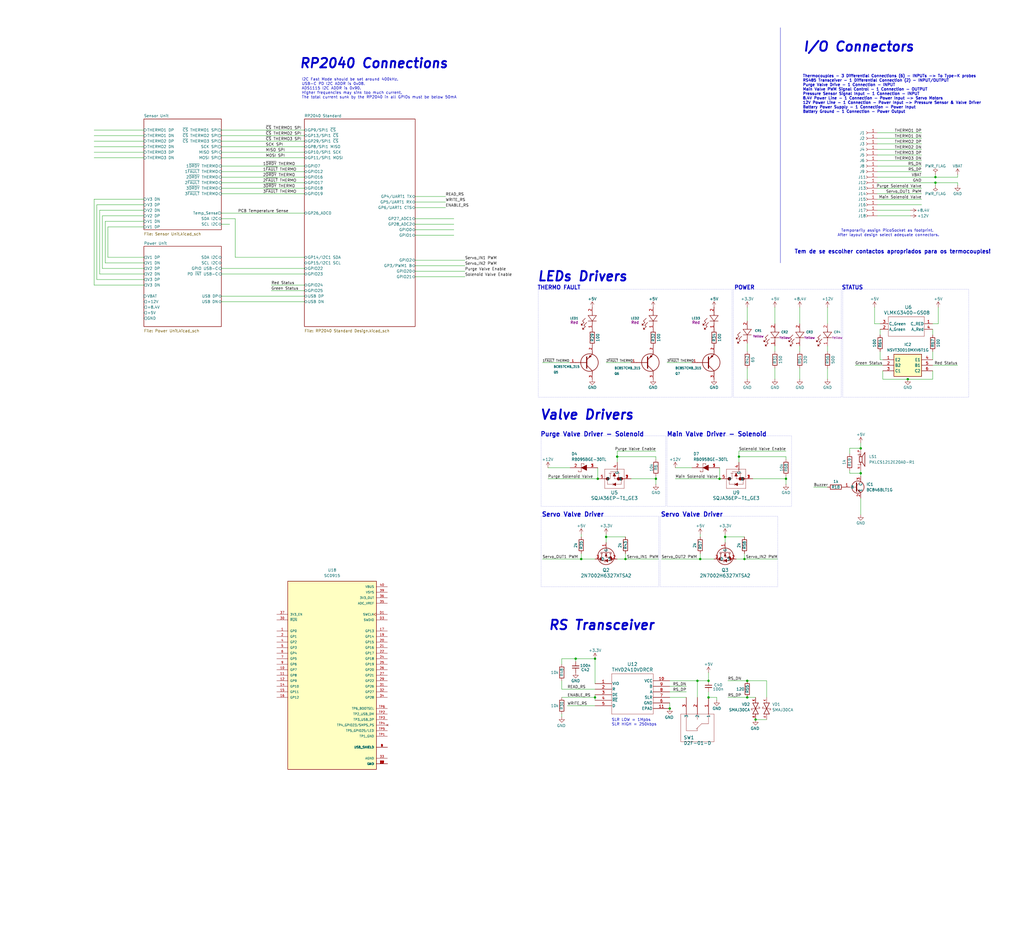
<source format=kicad_sch>
(kicad_sch (version 20250114) (generator "eeschema") (generator_version "9.0")
  (paper "User" 469.9 431.8)
  (title_block (title "Temperature & Valve Control System") (date "2025-02-20") (company "Porto Space Team") (comment 1 "Miguel Amorim") (comment 2 "Miguel Leite") (comment 3 "Rafael Novais") (comment 4 "Teresa Monteiro"))
  (rectangle (start 386.715 132.715) (end 444.5 182.245) (stroke (width 0) (type dot)))
  (rectangle (start 306.07 200.025) (end 363.22 232.41) (stroke (width 0) (type dot)))
  (rectangle (start 302.895 236.855) (end 356.87 269.24) (stroke (width 0) (type dot)))
  (rectangle (start 336.55 132.715) (end 386.08 182.245) (stroke (width 0) (type dot)))
  (rectangle (start 248.285 200.025) (end 305.435 232.41) (stroke (width 0) (type dot)))
  (rectangle (start 247.015 132.715) (end 335.915 182.245) (stroke (width 0) (type dot)))
  (rectangle (start 248.285 236.855) (end 302.26 269.24) (stroke (width 0) (type dot)))
  (text "RS Transceiver" (at 251.46 287.02 0) (effects (font (size 4.318 4.318) (thickness 0.8636) (bold yes) (italic yes)) (justify left)))
  (text "Servo Valve Driver" (at 262.89 236.22 0) (effects (font (size 2.032 2.032) (thickness 0.4064) (bold yes))))
  (text "RP2040 Connections" (at 137.16 29.21 0) (effects (font (size 4.318 4.318) (thickness 0.8636) (bold yes) (italic yes)) (justify left)))
  (text "POWER" (at 341.63 132.08 0) (effects (font (size 1.778 1.778) (thickness 0.3556) (bold yes))))
  (text "I2C Fast Mode should be set around 400kHz.\nUSB-C PD I2C ADDR is 0x08.\nADS1115 I2C ADDR is 0x90.\nHigher frequencies may sink too much current.\nThe total current sunk by the RP2040 in all GPIOs must be below 50mA" (at 138.43 40.64 0) (effects (font (size 1.27 1.27)) (justify left)))
  (text "Tem de se escolher contactos apropriados para os termocouples!" (at 364.49 115.57 0) (effects (font (size 1.778 1.778) (thickness 0.3556) (bold yes)) (justify left)))
  (text "Valve Drivers" (at 247.65 190.5 0) (effects (font (size 4.318 4.318) (thickness 0.8636) (bold yes) (italic yes)) (justify left)))
  (text "Temporarily assign PicoSocket as footprint. \nAfter layout design select adequate connectors.\n " (at 407.67 107.95 0) (effects (font (size 1.27 1.27))))
  (text "LEDs Drivers" (at 246.38 127 0) (effects (font (size 4.318 4.318) (thickness 0.8636) (bold yes) (italic yes)) (justify left)))
  (text "SLR LOW = 1Mpbs\nSLR HIGH = 250kbps\n" (at 280.67 331.47 0) (effects (font (size 1.27 1.27)) (justify left)))
  (text "THERMO FAULT" (at 256.54 132.08 0) (effects (font (size 1.778 1.778) (thickness 0.3556) (bold yes))))
  (text "TODO LIST:\n\nREVER GROUNDs -> Analog, Digital, Supply\nLDO AGND? , USB-C PD Split AGND?, Shields nos DC.DC?\nPower Ground, star connection?\n\nPower Multiplexer na USB-C\nBuffer a criar Vref nos sensores de corrente\nMeter isto  mais apresentavel \nAtualizar Pinout" (at -125.476 237.236 0) (effects (font (size 5.08 5.08))))
  (text "Purge Valve Driver - Solenoid" (at 271.78 199.39 0) (effects (font (size 2.032 2.032) (thickness 0.4064) (bold yes))))
  (text "STATUS" (at 391.16 132.08 0) (effects (font (size 1.778 1.778) (thickness 0.3556) (bold yes))))
  (text "Main Valve Driver - Solenoid" (at 328.93 199.39 0) (effects (font (size 2.032 2.032) (thickness 0.4064) (bold yes))))
  (text "Servo Valve Driver" (at 317.5 236.22 0) (effects (font (size 2.032 2.032) (thickness 0.4064) (bold yes))))
  (text "Thermocouples - 3 Differential Connections (6) - INPUTs -> To Type-K probes\nRS485 Transceiver - 1 Differential Connection (2) - INPUT/OUTPUT \nPurge Valve Drive - 1 Connection - INPUT\nMain Valve PWM Signal Control - 1 Connection - OUTPUT\nPressure Sensor Signal Input - 1 Connection - INPUT\n8.4V Power Line - 1 Connection - Power Input -> Servo Motors\n12V Power Line - 1 Connection - Power Input -> Pressure Sensor & Valve Driver\nBattery Power Supply - 1 Connection - Power Input\nBattery Ground - 1 Connection - Power Output" (at 368.3 43.18 0) (effects (font (size 1.27 1.27) (thickness 0.254) (bold yes)) (justify left)))
  (text "I/O Connectors" (at 368.3 21.59 0) (effects (font (size 4.318 4.318) (thickness 0.8636) (bold yes) (italic yes)) (justify left)))
  (junction (at 273.05 320.04))
  (junction (at 300.99 219.71))
  (junction (at 274.32 219.71))
  (junction (at 394.97 205.74))
  (junction (at 429.26 83.82))
  (junction (at 325.12 320.04))
  (junction (at 360.68 219.71))
  (junction (at 321.31 256.54))
  (junction (at 278.13 246.38))
  (junction (at 325.12 312.42))
  (junction (at 264.16 302.26))
  (junction (at 320.04 312.42))
  (junction (at 429.26 81.28))
  (junction (at 394.97 217.17))
  (junction (at 339.09 209.55))
  (junction (at 416.56 173.99))
  (junction (at 332.74 246.38))
  (junction (at 330.2 219.71))
  (junction (at 287.02 256.54))
  (junction (at 283.21 209.55))
  (junction (at 346.71 330.2))
  (junction (at 273.05 302.26))
  (junction (at 342.9 320.04))
  (junction (at 307.34 325.12))
  (junction (at 342.9 312.42))
  (junction (at 266.7 256.54))
  (junction (at 341.63 256.54))
  (wire (pts (xy 402.59 91.44) (xy 422.91 91.44)))
  (wire (pts (xy 346.71 330.2) (xy 351.79 330.2)))
  (wire (pts (xy 101.6 123.19) (xy 139.7 123.19)))
  (wire (pts (xy 401.32 148.59) (xy 403.86 148.59)))
  (wire (pts (xy 389.89 215.9) (xy 389.89 217.17)))
  (wire (pts (xy 278.13 246.38) (xy 278.13 248.92)))
  (wire (pts (xy 392.43 167.64) (xy 405.13 167.64)))
  (wire (pts (xy 360.68 207.01) (xy 339.09 207.01)))
  (wire (pts (xy 278.13 246.38) (xy 287.02 246.38)))
  (wire (pts (xy 101.6 102.87) (xy 105.41 102.87)))
  (wire (pts (xy 389.89 208.28) (xy 389.89 205.74)))
  (wire (pts (xy 208.28 105.41) (xy 190.5 105.41)))
  (wire (pts (xy 101.6 64.77) (xy 139.7 64.77)))
  (wire (pts (xy 264.16 302.26) (xy 264.16 303.53)))
  (wire (pts (xy 307.34 312.42) (xy 320.04 312.42)))
  (wire (pts (xy 44.45 93.98) (xy 66.04 93.98)))
  (wire (pts (xy 403.86 151.13) (xy 403.86 153.67)))
  (wire (pts (xy 300.99 218.44) (xy 300.99 219.71)))
  (wire (pts (xy 402.59 93.98) (xy 422.91 93.98)))
  (wire (pts (xy 402.59 88.9) (xy 422.91 88.9)))
  (wire (pts (xy 427.99 167.64) (xy 439.42 167.64)))
  (wire (pts (xy 66.04 104.14) (xy 49.53 104.14)))
  (wire (pts (xy 283.21 209.55) (xy 283.21 212.09)))
  (wire (pts (xy 430.53 140.97) (xy 430.53 148.59)))
  (wire (pts (xy 264.16 302.26) (xy 273.05 302.26)))
  (wire (pts (xy 303.53 256.54) (xy 321.31 256.54)))
  (wire (pts (xy 46.99 99.06) (xy 66.04 99.06)))
  (wire (pts (xy 66.04 123.19) (xy 46.99 123.19)))
  (wire (pts (xy 403.86 165.1) (xy 405.13 165.1)))
  (wire (pts (xy 48.26 120.65) (xy 48.26 101.6)))
  (wire (pts (xy 334.01 320.04) (xy 342.9 320.04)))
  (wire (pts (xy 321.31 256.54) (xy 327.66 256.54)))
  (wire (pts (xy 360.68 219.71) (xy 360.68 222.25)))
  (wire (pts (xy 342.9 157.48) (xy 342.9 161.29)))
  (wire (pts (xy 101.6 135.89) (xy 139.7 135.89)))
  (wire (pts (xy 287.02 254) (xy 287.02 256.54)))
  (wire (pts (xy 283.21 209.55) (xy 300.99 209.55)))
  (wire (pts (xy 405.13 173.99) (xy 416.56 173.99)))
  (wire (pts (xy 287.02 256.54) (xy 302.26 256.54)))
  (wire (pts (xy 101.6 100.33) (xy 107.95 100.33)))
  (wire (pts (xy 307.34 317.5) (xy 314.96 317.5)))
  (wire (pts (xy 66.04 91.44) (xy 43.18 91.44)))
  (wire (pts (xy 389.89 217.17) (xy 394.97 217.17)))
  (wire (pts (xy 345.44 219.71) (xy 360.68 219.71)))
  (wire (pts (xy 107.95 118.11) (xy 139.7 118.11)))
  (wire (pts (xy 101.6 69.85) (xy 139.7 69.85)))
  (wire (pts (xy 266.7 254) (xy 266.7 256.54)))
  (wire (pts (xy 43.18 59.69) (xy 66.04 59.69)))
  (wire (pts (xy 107.95 100.33) (xy 107.95 118.11)))
  (wire (pts (xy 337.82 256.54) (xy 341.63 256.54)))
  (wire (pts (xy 300.99 209.55) (xy 300.99 210.82)))
  (wire (pts (xy 394.97 215.9) (xy 394.97 217.17)))
  (wire (pts (xy 190.5 119.38) (xy 213.36 119.38)))
  (wire (pts (xy 402.59 99.06) (xy 417.83 99.06)))
  (wire (pts (xy 101.6 83.82) (xy 139.7 83.82)))
  (wire (pts (xy 355.6 158.75) (xy 355.6 161.29)))
  (wire (pts (xy 273.05 302.26) (xy 273.05 313.69)))
  (wire (pts (xy 427.99 151.13) (xy 427.99 153.67)))
  (wire (pts (xy 427.99 161.29) (xy 427.99 165.1)))
  (wire (pts (xy 422.91 60.96) (xy 402.59 60.96)))
  (wire (pts (xy 342.9 168.91) (xy 342.9 173.99)))
  (wire (pts (xy 309.88 219.71) (xy 330.2 219.71)))
  (wire (pts (xy 289.56 219.71) (xy 300.99 219.71)))
  (wire (pts (xy 355.6 140.97) (xy 355.6 148.59)))
  (wire (pts (xy 278.13 166.37) (xy 289.56 166.37)))
  (wire (pts (xy 46.99 123.19) (xy 46.99 99.06)))
  (wire (pts (xy 328.93 320.04) (xy 328.93 321.31)))
  (wire (pts (xy 43.18 64.77) (xy 66.04 64.77)))
  (wire (pts (xy 260.35 323.85) (xy 273.05 323.85)))
  (wire (pts (xy 213.36 121.92) (xy 190.5 121.92)))
  (wire (pts (xy 325.12 308.61) (xy 325.12 312.42)))
  (wire (pts (xy 283.21 256.54) (xy 287.02 256.54)))
  (wire (pts (xy 278.13 245.11) (xy 278.13 246.38)))
  (wire (pts (xy 402.59 76.2) (xy 422.91 76.2)))
  (wire (pts (xy 101.6 97.79) (xy 139.7 97.79)))
  (wire (pts (xy 257.81 316.23) (xy 273.05 316.23)))
  (wire (pts (xy 101.6 78.74) (xy 139.7 78.74)))
  (wire (pts (xy 306.07 166.37) (xy 317.5 166.37)))
  (wire (pts (xy 416.56 173.99) (xy 427.99 173.99)))
  (wire (pts (xy 45.72 125.73) (xy 45.72 96.52)))
  (wire (pts (xy 422.91 68.58) (xy 402.59 68.58)))
  (wire (pts (xy 101.6 59.69) (xy 139.7 59.69)))
  (wire (pts (xy 439.42 80.01) (xy 439.42 81.28)))
  (wire (pts (xy 101.6 88.9) (xy 139.7 88.9)))
  (wire (pts (xy 43.18 62.23) (xy 66.04 62.23)))
  (wire (pts (xy 339.09 207.01) (xy 339.09 209.55)))
  (wire (pts (xy 321.31 245.11) (xy 321.31 246.38)))
  (wire (pts (xy 429.26 83.82) (xy 429.26 85.09)))
  (wire (pts (xy 139.7 133.35) (xy 124.46 133.35)))
  (wire (pts (xy 330.2 219.71) (xy 330.2 214.63)))
  (wire (pts (xy 355.6 168.91) (xy 355.6 173.99)))
  (wire (pts (xy 394.97 217.17) (xy 394.97 218.44)))
  (wire (pts (xy 379.73 173.99) (xy 379.73 168.91)))
  (wire (pts (xy 251.46 214.63) (xy 261.62 214.63)))
  (wire (pts (xy 427.99 173.99) (xy 427.99 170.18)))
  (wire (pts (xy 320.04 312.42) (xy 325.12 312.42)))
  (wire (pts (xy 320.04 312.42) (xy 320.04 320.04)))
  (wire (pts (xy 190.5 92.71) (xy 204.47 92.71)))
  (wire (pts (xy 325.12 320.04) (xy 328.93 320.04)))
  (wire (pts (xy 257.81 302.26) (xy 257.81 304.8)))
  (wire (pts (xy 394.97 228.6) (xy 394.97 236.22)))
  (wire (pts (xy 342.9 140.97) (xy 342.9 147.32)))
  (wire (pts (xy 190.5 100.33) (xy 208.28 100.33)))
  (wire (pts (xy 334.01 312.42) (xy 342.9 312.42)))
  (wire (pts (xy 307.34 320.04) (xy 314.96 320.04)))
  (wire (pts (xy 360.68 209.55) (xy 360.68 210.82)))
  (wire (pts (xy 403.86 161.29) (xy 403.86 165.1)))
  (wire (pts (xy 273.05 318.77) (xy 273.05 320.04)))
  (wire (pts (xy 367.03 158.75) (xy 367.03 161.29)))
  (wire (pts (xy 332.74 245.11) (xy 332.74 246.38)))
  (wire (pts (xy 402.59 86.36) (xy 422.91 86.36)))
  (wire (pts (xy 379.73 158.75) (xy 379.73 161.29)))
  (wire (pts (xy 213.36 124.46) (xy 190.5 124.46)))
  (wire (pts (xy 101.6 81.28) (xy 139.7 81.28)))
  (wire (pts (xy 273.05 320.04) (xy 273.05 321.31)))
  (wire (pts (xy 101.6 138.43) (xy 139.7 138.43)))
  (wire (pts (xy 402.59 78.74) (xy 422.91 78.74)))
  (wire (pts (xy 283.21 207.01) (xy 283.21 209.55)))
  (wire (pts (xy 43.18 69.85) (xy 66.04 69.85)))
  (wire (pts (xy 251.46 219.71) (xy 274.32 219.71)))
  (wire (pts (xy 213.36 127) (xy 190.5 127)))
  (wire (pts (xy 139.7 130.81) (xy 124.46 130.81)))
  (wire (pts (xy 257.81 327.66) (xy 257.81 328.93)))
  (wire (pts (xy 101.6 62.23) (xy 139.7 62.23)))
  (wire (pts (xy 341.63 256.54) (xy 356.87 256.54)))
  (wire (pts (xy 309.88 214.63) (xy 317.5 214.63)))
  (wire (pts (xy 367.03 168.91) (xy 367.03 173.99)))
  (wire (pts (xy 257.81 320.04) (xy 273.05 320.04)))
  (wire (pts (xy 339.09 209.55) (xy 339.09 212.09)))
  (wire (pts (xy 66.04 125.73) (xy 45.72 125.73)))
  (wire (pts (xy 342.9 320.04) (xy 346.71 320.04)))
  (wire (pts (xy 379.73 140.97) (xy 379.73 148.59)))
  (wire (pts (xy 43.18 72.39) (xy 66.04 72.39)))
  (wire (pts (xy 43.18 67.31) (xy 66.04 67.31)))
  (wire (pts (xy 300.99 207.01) (xy 283.21 207.01)))
  (wire (pts (xy 367.03 140.97) (xy 367.03 148.59)))
  (wire (pts (xy 422.91 63.5) (xy 402.59 63.5)))
  (wire (pts (xy 101.6 125.73) (xy 139.7 125.73)))
  (wire (pts (xy 402.59 81.28) (xy 429.26 81.28)))
  (wire (pts (xy 360.68 218.44) (xy 360.68 219.71)))
  (wire (pts (xy 429.26 81.28) (xy 439.42 81.28)))
  (wire (pts (xy 190.5 102.87) (xy 208.28 102.87)))
  (wire (pts (xy 190.5 107.95) (xy 208.28 107.95)))
  (wire (pts (xy 49.53 118.11) (xy 66.04 118.11)))
  (wire (pts (xy 422.91 66.04) (xy 402.59 66.04)))
  (wire (pts (xy 101.6 86.36) (xy 139.7 86.36)))
  (wire (pts (xy 300.99 219.71) (xy 300.99 222.25)))
  (wire (pts (xy 401.32 140.97) (xy 401.32 148.59)))
  (wire (pts (xy 266.7 245.11) (xy 266.7 246.38)))
  (wire (pts (xy 45.72 96.52) (xy 66.04 96.52)))
  (wire (pts (xy 307.34 322.58) (xy 307.34 325.12)))
  (wire (pts (xy 257.81 312.42) (xy 257.81 316.23)))
  (wire (pts (xy 429.26 83.82) (xy 439.42 83.82)))
  (wire (pts (xy 341.63 254) (xy 341.63 256.54)))
  (wire (pts (xy 373.38 223.52) (xy 379.73 223.52)))
  (wire (pts (xy 48.26 101.6) (xy 66.04 101.6)))
  (wire (pts (xy 190.5 90.17) (xy 204.47 90.17)))
  (wire (pts (xy 101.6 72.39) (xy 139.7 72.39)))
  (wire (pts (xy 248.92 256.54) (xy 266.7 256.54)))
  (polyline (pts (xy 358.14 12.7) (xy 358.14 120.65)))
  (wire (pts (xy 394.97 203.2) (xy 394.97 205.74)))
  (wire (pts (xy 43.18 130.81) (xy 66.04 130.81)))
  (wire (pts (xy 274.32 219.71) (xy 274.32 214.63)))
  (wire (pts (xy 248.92 166.37) (xy 261.62 166.37)))
  (wire (pts (xy 325.12 317.5) (xy 325.12 320.04)))
  (wire (pts (xy 422.91 73.66) (xy 402.59 73.66)))
  (wire (pts (xy 49.53 104.14) (xy 49.53 118.11)))
  (wire (pts (xy 66.04 120.65) (xy 48.26 120.65)))
  (wire (pts (xy 402.59 83.82) (xy 429.26 83.82)))
  (wire (pts (xy 332.74 246.38) (xy 332.74 248.92)))
  (wire (pts (xy 204.47 95.25) (xy 190.5 95.25)))
  (wire (pts (xy 307.34 314.96) (xy 314.96 314.96)))
  (wire (pts (xy 351.79 312.42) (xy 351.79 320.04)))
  (wire (pts (xy 266.7 256.54) (xy 273.05 256.54)))
  (wire (pts (xy 43.18 91.44) (xy 43.18 130.81)))
  (wire (pts (xy 44.45 128.27) (xy 44.45 93.98)))
  (wire (pts (xy 389.89 205.74) (xy 394.97 205.74)))
  (wire (pts (xy 402.59 71.12) (xy 422.91 71.12)))
  (wire (pts (xy 439.42 83.82) (xy 439.42 85.09)))
  (wire (pts (xy 402.59 96.52) (xy 417.83 96.52)))
  (wire (pts (xy 342.9 312.42) (xy 351.79 312.42)))
  (wire (pts (xy 101.6 67.31) (xy 139.7 67.31)))
  (wire (pts (xy 429.26 80.01) (xy 429.26 81.28)))
  (wire (pts (xy 427.99 148.59) (xy 430.53 148.59)))
  (wire (pts (xy 257.81 302.26) (xy 264.16 302.26)))
  (wire (pts (xy 405.13 170.18) (xy 405.13 173.99)))
  (wire (pts (xy 339.09 209.55) (xy 360.68 209.55)))
  (wire (pts (xy 101.6 76.2) (xy 139.7 76.2)))
  (wire (pts (xy 321.31 254) (xy 321.31 256.54)))
  (wire (pts (xy 332.74 246.38) (xy 341.63 246.38)))
  (wire (pts (xy 66.04 128.27) (xy 44.45 128.27)))
  (label "Red Status" (at 124.46 130.81 0))
  (label "3~{DRDY} THERMO" (at 120.65 86.36 0))
  (label "ENABLE_RS" (at 260.35 320.04 0))
  (label "RS_DN" (at 334.01 312.42 0))
  (label "Servo_IN1 PWM" (at 302.26 256.54 180))
  (label "Servo_OUT1 PWM" (at 422.91 88.9 180))
  (label "Main Solenoid Valve" (at 309.88 219.71 0))
  (label "Servo_OUT1 PWM" (at 248.92 256.54 0))
  (label "WRITE_RS" (at 260.35 323.85 0))
  (label "THERMO1 DP" (at 422.91 60.96 180))
  (label "~{CS} THERMO2 SPI" (at 121.92 62.23 0))
  (label "PCB Temperature Sense" (at 109.22 97.79 0))
  (label "Purge Solenoid Valve" (at 422.91 86.36 180))
  (label "Solenoid Valve Enable" (at 213.36 127 0))
  (label "MOSI SPI" (at 121.92 72.39 0))
  (label "~{CS} THERMO3 SPI" (at 121.92 64.77 0))
  (label "RS_DN" (at 314.96 314.96 180))
  (label "RS_DP" (at 314.96 317.5 180))
  (label "READ_RS" (at 260.35 316.23 0))
  (label "Main Solenoid Valve" (at 422.91 91.44 180))
  (label "RS_DN" (at 422.91 76.2 180))
  (label "Solenoid Valve Enable" (at 360.68 207.01 180))
  (label "RS_DP" (at 334.01 320.04 0))
  (label "3~{FAULT} THERMO" (at 120.65 88.9 0))
  (label "THERMO2 DP" (at 422.91 66.04 180))
  (label "MISO SPI" (at 121.92 69.85 0))
  (label "Purge Solenoid Valve" (at 251.46 219.71 0))
  (label "SCK SPI" (at 121.92 67.31 0))
  (label "READ_RS" (at 204.47 90.17 0))
  (label "Purge Valve Enable" (at 213.36 124.46 0))
  (label "THERMO3 DN" (at 422.91 73.66 180))
  (label "Purge Valve Enable" (at 300.99 207.01 180))
  (label "ENABLE_RS" (at 204.47 95.25 0))
  (label "Red Status" (at 439.42 167.64 180))
  (label "Servo_IN2 PWM" (at 213.36 121.92 0))
  (label "Servo_IN2 PWM" (at 356.87 256.54 180))
  (label "Green Status" (at 124.46 133.35 0))
  (label "Servo_IN1 PWM" (at 213.36 119.38 0))
  (label "2~{DRDY} THERMO" (at 120.65 81.28 0))
  (label "1~{DRDY} THERMO" (at 120.65 76.2 0))
  (label "Servo_OUT2 PWM" (at 303.53 256.54 0))
  (label "GND" (at 422.91 83.82 180))
  (label "THERMO3 DP" (at 422.91 71.12 180))
  (label "Green Status" (at 392.43 167.64 0))
  (label "~{CS} THERMO1 SPI" (at 121.92 59.69 0))
  (label "VBAT" (at 422.91 81.28 180))
  (label "WRITE_RS" (at 204.47 92.71 0))
  (label "1~{FAULT} THERMO" (at 248.92 166.37 0) (effects (font (size 1.016 1.016))))
  (label "2~{FAULT} THERMO" (at 278.13 166.37 0) (effects (font (size 1.016 1.016))))
  (label "RS_DP" (at 422.91 78.74 180))
  (label "2~{FAULT} THERMO" (at 120.65 83.82 0))
  (label "Buzzer" (at 373.38 223.52 0))
  (label "THERMO1 DN" (at 422.91 63.5 180))
  (label "3~{FAULT} THERMO" (at 306.07 166.37 0) (effects (font (size 1.016 1.016))))
  (label "1~{FAULT} THERMO" (at 120.65 78.74 0))
  (label "THERMO2 DN" (at 422.91 68.58 180))
  (symbol (lib_id "VLMS1500-GS08:VLMS1500-GS08") (at 271.78 140.97 90) (mirror x) (unit 1)
    (property "Reference" "LED1" (at 265.43 146.0499 90) (effects (font (size 1.016 1.016)) (justify left)))
    (property "Value" "VLMS1500-GS08" (effects (hide yes)))
    (property "Footprint" "LED-Red_VLMS1500-GS08:LED_00-GS08_VIS_RED" (effects (hide yes)))
    (property "Datasheet" "VLMS1500-GS08" (effects (hide yes)))
    (property "Description" "Red" (at 263.525 147.955 90))
  )
  (symbol (lib_id "power:GND") (at 299.72 173.99 0) (unit 1)
    (property "Reference" "#PWR0112" (effects (hide yes)))
    (property "Value" "GND" (at 299.72 177.8 0))
    (property "Description" "Power symbol creates a global label with name \"GND\" , ground" (effects (hide yes)))
  )
  (symbol (lib_id "power:GND") (at 355.6 173.99 0) (unit 1)
    (property "Reference" "#PWR080" (effects (hide yes)))
    (property "Value" "GND" (at 355.6 177.8 0))
    (property "Description" "Power symbol creates a global label with name \"GND\" , ground" (effects (hide yes)))
  )
  (symbol (lib_id "SC0915:SC0915") (at 152.4 309.88 0) (unit 1)
    (property "Reference" "U18" (at 152.4 261.62 0))
    (property "Value" "SC0915" (at 152.4 264.16 0))
    (property "Footprint" "SC0915 (RP2040):MODULE_SC0915" (effects (hide yes)))
    (property "MF" "Raspberry Pi" (effects (hide yes)))
    (property "Description_1" "Raspberry Pi Pico Embedded Dev Module | Raspberry Pi SC0915" (effects (hide yes)))
    (property "Package" "None" (effects (hide yes)))
    (property "Price" "None" (effects (hide yes)))
    (property "Check_prices" "https://www.snapeda.com/parts/SC0915/Raspberry+Pi/view-part/?ref=eda" (effects (hide yes)))
    (property "STANDARD" "Manufacturer Recommendations" (effects (hide yes)))
    (property "PARTREV" "1.9" (effects (hide yes)))
    (property "SnapEDA_Link" "https://www.snapeda.com/parts/SC0915/Raspberry+Pi/view-part/?ref=snap" (effects (hide yes)))
    (property "MP" "SC0915" (effects (hide yes)))
    (property "MANUFACTURER" "Pi Supply" (effects (hide yes)))
    (property "Availability" "In Stock" (effects (hide yes)))
    (property "SNAPEDA_PN" "SC0915" (effects (hide yes)))
  )
  (symbol (lib_id "Device:R") (at 342.9 316.23 0) (unit 1)
    (property "Reference" "R55" (at 342.9 318.135 90) (effects (justify left)))
    (property "Value" "120" (at 337.82 316.23 0) (effects (justify left)))
    (property "Footprint" "Resistor-0603:RES_0603" (effects (hide yes)))
    (property "Description" "Resistor" (effects (hide yes)))
  )
  (symbol (lib_id "PKLCS1212E20A0-R1:PKLCS1212E20A0-R1") (at 394.97 210.82 0) (unit 1)
    (property "Reference" "LS1" (at 398.78 209.5499 0) (effects (justify left)))
    (property "Value" "PKLCS1212E20A0-R1" (at 398.78 212.0899 0) (effects (justify left)))
    (property "Footprint" "PKLCS1212E20A0-R1:PKLCS1212E20A0-R1" (effects (hide yes)))
    (property "MF" "Murata" (effects (hide yes)))
    (property "MAXIMUM_PACKAGE_HEIGHT" "3.0 mm" (effects (hide yes)))
    (property "Package" "SMD-2 Murata" (effects (hide yes)))
    (property "Price" "None" (effects (hide yes)))
    (property "Check_prices" "https://www.snapeda.com/parts/PKLCS1212E20A0-R1/Murata/view-part/?ref=eda" (effects (hide yes)))
    (property "STANDARD" "Manufacturer Recommendations" (effects (hide yes)))
    (property "PARTREV" "January 22, 2018" (effects (hide yes)))
    (property "SnapEDA_Link" "https://www.snapeda.com/parts/PKLCS1212E20A0-R1/Murata/view-part/?ref=snap" (effects (hide yes)))
    (property "MP" "PKLCS1212E20A0-R1" (effects (hide yes)))
    (property "Description_1" "Buzzers Transducer, Externally Driven Piezo 1.5 V - 2kHz 70dB @ 1.5V, 10cm Surface Mount Solder Pads" (effects (hide yes)))
    (property "Availability" "In Stock" (effects (hide yes)))
    (property "MANUFACTURER" "Murata Electronics" (effects (hide yes)))
  )
  (symbol (lib_id "power:+5V") (at 325.12 308.61 0) (unit 1)
    (property "Reference" "#PWR032" (effects (hide yes)))
    (property "Value" "+5V" (at 325.12 304.8 0))
    (property "Description" "Power symbol creates a global label with name \"+5V\"" (effects (hide yes)))
  )
  (symbol (lib_id "power:PWR_FLAG") (at 429.26 85.09 180) (unit 1)
    (property "Reference" "#FLG03" (effects (hide yes)))
    (property "Value" "PWR_FLAG" (at 429.26 88.9 0))
    (property "Description" "Special symbol for telling ERC where power comes from" (effects (hide yes)))
  )
  (symbol (lib_id "power:GND") (at 346.71 330.2 0) (unit 1)
    (property "Reference" "#PWR038" (effects (hide yes)))
    (property "Value" "GND" (at 346.456 334.264 0))
    (property "Description" "Power symbol creates a global label with name \"GND\" , ground" (effects (hide yes)))
  )
  (symbol (lib_id "power:GND") (at 307.34 325.12 0) (unit 1)
    (property "Reference" "#PWR031" (effects (hide yes)))
    (property "Value" "GND" (at 307.086 329.184 0))
    (property "Description" "Power symbol creates a global label with name \"GND\" , ground" (effects (hide yes)))
  )
  (symbol (lib_id "power:+3.3V") (at 278.13 245.11 0) (unit 1)
    (property "Reference" "#PWR090" (effects (hide yes)))
    (property "Value" "+3.3V" (at 278.13 241.3 0))
    (property "Description" "Power symbol creates a global label with name \"+3.3V\"" (effects (hide yes)))
  )
  (symbol (lib_id "power:PWR_FLAG") (at 429.26 80.01 0) (unit 1)
    (property "Reference" "#FLG01" (effects (hide yes)))
    (property "Value" "PWR_FLAG" (at 429.26 76.2 0))
    (property "Description" "Special symbol for telling ERC where power comes from" (effects (hide yes)))
  )
  (symbol (lib_id "power:+3.3V") (at 342.9 140.97 0) (unit 1)
    (property "Reference" "#PWR0103" (effects (hide yes)))
    (property "Value" "+3.3V" (at 342.9 137.16 0))
    (property "Description" "Power symbol creates a global label with name \"+3.3V\"" (effects (hide yes)))
  )
  (symbol (lib_id "Device:R") (at 299.72 154.94 180) (unit 1)
    (property "Reference" "R32" (at 299.72 156.845 90) (effects (justify right)))
    (property "Value" "100" (at 302.26 156.845 90) (effects (justify right)))
    (property "Footprint" "Resistor-0402:RES_0402" (effects (hide yes)))
    (property "Description" "Resistor" (effects (hide yes)))
  )
  (symbol (lib_id "Connector:Conn_01x01_Socket") (at 397.51 99.06 180) (unit 1)
    (property "Reference" "J18" (at 395.605 99.06 0))
    (property "Value" "Conn_01x01_Socket" (effects (hide yes)))
    (property "Footprint" "Pico_Conn1x1:Pico_01pin" (effects (hide yes)))
    (property "Description" "Generic connector, single row, 01x01, script generated" (effects (hide yes)))
  )
  (symbol (lib_id "Device:R") (at 266.7 250.19 0) (unit 1)
    (property "Reference" "R35" (at 266.7 252.095 90) (effects (justify left)))
    (property "Value" "2k" (at 264.16 251.46 90) (effects (justify left)))
    (property "Footprint" "Resistor-0402:RES_0402" (effects (hide yes)))
    (property "Description" "Resistor" (effects (hide yes)))
  )
  (symbol (lib_id "Device:R") (at 403.86 157.48 0) (unit 1)
    (property "Reference" "R64" (at 403.86 155.575 90) (effects (justify right)))
    (property "Value" "100" (at 401.32 155.575 90) (effects (justify right)))
    (property "Footprint" "Resistor-0402:RES_0402" (effects (hide yes)))
    (property "Description" "Resistor" (effects (hide yes)))
  )
  (symbol (lib_id "Device:R") (at 383.54 223.52 270) (unit 1)
    (property "Reference" "R18" (at 385.445 223.52 90) (effects (justify right)))
    (property "Value" "1k" (at 384.81 220.98 90) (effects (justify right)))
    (property "Footprint" "Resistor-0402:RES_0402" (effects (hide yes)))
    (property "Description" "Resistor" (effects (hide yes)))
  )
  (symbol (lib_id "Connector:Conn_01x01_Socket") (at 397.51 71.12 180) (unit 1)
    (property "Reference" "J5" (at 395.605 71.12 0))
    (property "Value" "Conn_01x01_Socket" (effects (hide yes)))
    (property "Footprint" "Pico_Conn1x1:Pico_01pin" (effects (hide yes)))
    (property "Description" "Generic connector, single row, 01x01, script generated" (effects (hide yes)))
  )
  (symbol (lib_id "power:GND") (at 416.56 173.99 0) (unit 1)
    (property "Reference" "#PWR0129" (effects (hide yes)))
    (property "Value" "GND" (at 416.56 177.8 0))
    (property "Description" "Power symbol creates a global label with name \"GND\" , ground" (effects (hide yes)))
  )
  (symbol (lib_id "power:+5V") (at 271.78 140.97 0) (unit 1)
    (property "Reference" "#PWR039" (effects (hide yes)))
    (property "Value" "+5V" (at 271.78 137.16 0))
    (property "Description" "Power symbol creates a global label with name \"+5V\"" (effects (hide yes)))
  )
  (symbol (lib_id "BC857CMB_315:BC857CMB_315") (at 299.72 166.37 0) (mirror x) (unit 1)
    (property "Reference" "Q6" (at 281.94 171.45 0) (effects (font (size 1.016 1.016)) (justify left)))
    (property "Value" "BC857CMB_315" (at 281.94 168.91 0) (effects (font (size 1.016 1.016)) (justify left)))
    (property "Footprint" "PNP_BC857CMB_315:TRANS_PMZB550UNEYL" (effects (hide yes)))
  )
  (symbol (lib_id "Device:R") (at 379.73 165.1 180) (unit 1)
    (property "Reference" "R56" (at 379.73 167.005 90) (effects (justify right)))
    (property "Value" "500" (at 382.27 167.005 90) (effects (justify right)))
    (property "Footprint" "Resistor-0402:RES_0402" (effects (hide yes)))
    (property "Description" "Resistor" (effects (hide yes)))
  )
  (symbol (lib_id "Connector:Conn_01x01_Socket") (at 397.51 88.9 180) (unit 1)
    (property "Reference" "J14" (at 395.605 88.9 0))
    (property "Value" "Conn_01x01_Socket" (effects (hide yes)))
    (property "Footprint" "Pico_Conn1x1:Pico_01pin" (effects (hide yes)))
    (property "Description" "Generic connector, single row, 01x01, script generated" (effects (hide yes)))
  )
  (symbol (lib_id "power:+24V") (at 417.83 96.52 270) (unit 1)
    (property "Reference" "#PWR072" (effects (hide yes)))
    (property "Value" "+8.4V" (at 423.545 96.52 90))
    (property "Description" "Power symbol creates a global label with name \"+24V\"" (effects (hide yes)))
  )
  (symbol (lib_id "Device:R") (at 342.9 165.1 180) (unit 1)
    (property "Reference" "R42" (at 342.9 167.005 90) (effects (justify right)))
    (property "Value" "65" (at 345.44 166.37 90) (effects (justify right)))
    (property "Footprint" "Resistor-0402:RES_0402" (effects (hide yes)))
    (property "Description" "Resistor" (effects (hide yes)))
  )
  (symbol (lib_id "BC846BLT1G:BC846BLT1G") (at 387.35 223.52 0) (unit 1)
    (property "Reference" "IC1" (at 397.51 222.2499 0) (effects (justify left)))
    (property "Value" "BC846BLT1G" (at 397.51 224.7899 0) (effects (justify left)))
    (property "Footprint" "BJT NPN:SOT96P237X111-3N" (effects (hide yes)))
    (property "Datasheet" "https://www.onsemi.com/pub/Collateral/BC846ALT1-D.PDF" (effects (hide yes)))
    (property "Description" "Moisture Sensitivity Level: 1; ESD Rating - Human Body Model: >4000 V ESD Rating - Machine Model: >400 V; Pb-Free Packages are Available; S Prefix for Automotive and Other Applications Requiring Unique Site and Control Change Requirements; AEC-Q101 Qualified and PPAP Capable" (effects (hide yes)))
    (property "Height" "1.11" (effects (hide yes)))
    (property "Mouser Part Number" "863-BC846BLT1G" (effects (hide yes)))
    (property "Mouser Price/Stock" "https://www.mouser.co.uk/ProductDetail/onsemi/BC846BLT1G?qs=vNc2DXHODiJuwwGLruzsRg%3D%3D" (effects (hide yes)))
    (property "Manufacturer_Name" "onsemi" (effects (hide yes)))
    (property "Manufacturer_Part_Number" "BC846BLT1G" (effects (hide yes)))
  )
  (symbol (lib_id "power:VBUS") (at 439.42 80.01 0) (unit 1)
    (property "Reference" "#PWR0125" (effects (hide yes)))
    (property "Value" "VBAT" (at 439.42 76.2 0))
    (property "Description" "Power symbol creates a global label with name \"VBUS\"" (effects (hide yes)))
  )
  (symbol (lib_id "power:+24V") (at 417.83 99.06 270) (unit 1)
    (property "Reference" "#PWR0111" (effects (hide yes)))
    (property "Value" "+12V" (at 423.545 99.06 90))
    (property "Description" "Power symbol creates a global label with name \"+24V\"" (effects (hide yes)))
  )
  (symbol (lib_id "power:+5V") (at 266.7 245.11 0) (unit 1)
    (property "Reference" "#PWR073" (effects (hide yes)))
    (property "Value" "+5V" (at 266.7 241.3 0))
    (property "Description" "Power symbol creates a global label with name \"+5V\"" (effects (hide yes)))
  )
  (symbol (lib_id "power:GND") (at 342.9 173.99 0) (unit 1)
    (property "Reference" "#PWR098" (effects (hide yes)))
    (property "Value" "GND" (at 342.9 177.8 0))
    (property "Description" "Power symbol creates a global label with name \"GND\" , ground" (effects (hide yes)))
  )
  (symbol (lib_id "Device:R") (at 389.89 212.09 0) (unit 1)
    (property "Reference" "R19" (at 389.89 210.185 90) (effects (justify right)))
    (property "Value" "1k" (at 387.35 210.82 90) (effects (justify right)))
    (property "Footprint" "Resistor-0402:RES_0402" (effects (hide yes)))
    (property "Description" "Resistor" (effects (hide yes)))
  )
  (symbol (lib_id "Connector:Conn_01x01_Socket") (at 397.51 93.98 180) (unit 1)
    (property "Reference" "J16" (at 395.605 93.98 0))
    (property "Value" "Conn_01x01_Socket" (effects (hide yes)))
    (property "Footprint" "Pico_Conn1x1:Pico_01pin" (effects (hide yes)))
    (property "Description" "Generic connector, single row, 01x01, script generated" (effects (hide yes)))
  )
  (symbol (lib_id "Connector:Conn_01x01_Socket") (at 397.51 81.28 180) (unit 1)
    (property "Reference" "J11" (at 395.605 81.28 0))
    (property "Value" "Conn_01x01_Socket" (effects (hide yes)))
    (property "Footprint" "Pico_Conn1x1:Pico_01pin" (effects (hide yes)))
    (property "Description" "Generic connector, single row, 01x01, script generated" (effects (hide yes)))
  )
  (symbol (lib_id "power:GND") (at 328.93 321.31 0) (unit 1)
    (property "Reference" "#PWR033" (effects (hide yes)))
    (property "Value" "GND" (at 328.93 325.12 0))
    (property "Description" "Power symbol creates a global label with name \"GND\" , ground" (effects (hide yes)))
  )
  (symbol (lib_id "Device:R") (at 367.03 165.1 180) (unit 1)
    (property "Reference" "R54" (at 367.03 167.005 90) (effects (justify right)))
    (property "Value" "320" (at 369.57 167.005 90) (effects (justify right)))
    (property "Footprint" "Resistor-0402:RES_0402" (effects (hide yes)))
    (property "Description" "Resistor" (effects (hide yes)))
  )
  (symbol (lib_id "THVD2410VDRCR:THVD2410VDRCR") (at 284.48 316.23 0) (unit 1)
    (property "Reference" "U12" (at 290.195 304.8 0) (effects (font (size 1.524 1.524))))
    (property "Value" "THVD2410VDRCR" (at 290.195 307.34 0) (effects (font (size 1.524 1.524))))
    (property "Footprint" "VSON10_DRC_TEX" (effects (hide yes)))
    (property "Datasheet" "THVD2410VDRCR" (effects (hide yes)))
  )
  (symbol (lib_id "VLMY1300-GS08:VLMY1300-GS08") (at 342.9 147.32 90) (mirror x) (unit 1)
    (property "Reference" "CR1" (at 347.98 151.765 90) (effects (font (size 1.016 1.016))))
    (property "Value" "VLMY1300-GS08" (effects (hide yes)))
    (property "Footprint" "LED-Yellow_VLMY1300-GS08:LED_VISHAY_VLMX1300_VIS" (effects (hide yes)))
    (property "Datasheet" "VLMY1300-GS08" (effects (hide yes)))
    (property "Description" "Yellow" (at 347.98 154.305 90) (effects (font (size 1.016 1.016))))
  )
  (symbol (lib_id "power:+12V") (at 379.73 140.97 0) (unit 1)
    (property "Reference" "#PWR0102" (effects (hide yes)))
    (property "Value" "+12V" (at 379.73 137.16 0))
    (property "Description" "Power symbol creates a global label with name \"+12V\"" (effects (hide yes)))
  )
  (symbol (lib_id "Device:R") (at 257.81 308.61 0) (unit 1)
    (property "Reference" "R48" (at 257.81 310.515 90) (effects (justify left)))
    (property "Value" "10k" (at 252.73 308.61 0) (effects (justify left)))
    (property "Footprint" "Resistor-0402:RES_0402" (effects (hide yes)))
    (property "Description" "Resistor" (effects (hide yes)))
  )
  (symbol (lib_id "power:+5V") (at 299.72 140.97 0) (unit 1)
    (property "Reference" "#PWR0101" (effects (hide yes)))
    (property "Value" "+5V" (at 299.72 137.16 0))
    (property "Description" "Power symbol creates a global label with name \"+5V\"" (effects (hide yes)))
  )
  (symbol (lib_id "Device:R") (at 257.81 323.85 0) (unit 1)
    (property "Reference" "R30" (at 257.81 325.755 90) (effects (justify left)))
    (property "Value" "10k" (at 252.73 323.85 0) (effects (justify left)))
    (property "Footprint" "Resistor-0402:RES_0402" (effects (hide yes)))
    (property "Description" "Resistor" (effects (hide yes)))
  )
  (symbol (lib_id "NSVT30010MXV6T1G:NSVT30010MXV6T1G") (at 405.13 165.1 0) (unit 1)
    (property "Reference" "IC2" (at 416.56 158.115 0))
    (property "Value" "NSVT30010MXV6T1G" (at 416.56 160.655 0))
    (property "Footprint" "2 PNP:SOT-563_1P3X1P7_ONS" (effects (hide yes)))
    (property "Datasheet" "https://www.onsemi.com/pub/Collateral/NST30010MXV6-D.PDF" (effects (hide yes)))
    (property "Description" "Current Gain Matching to 10%; Base-Emitter Voltage Matched to 2 mV; Drop-In Replacement for Standard Device; These are Pb-Free Devices; S and NSV Prefix for Automotive and Other Applications Requiring Unique Site and Control Change Requirements; AEC-Q101 Qualified and PPAP Capable" (effects (hide yes)))
    (property "Height" "0.6" (effects (hide yes)))
    (property "Mouser Part Number" "863-NSVT30010MXV6T1G" (effects (hide yes)))
    (property "Mouser Price/Stock" "https://www.mouser.co.uk/ProductDetail/onsemi/NSVT30010MXV6T1G?qs=dchgzKpACvKgapfe7pOinw%3D%3D" (effects (hide yes)))
    (property "Manufacturer_Name" "onsemi" (effects (hide yes)))
    (property "Manufacturer_Part_Number" "NSVT30010MXV6T1G" (effects (hide yes)))
  )
  (symbol (lib_id "Connector:Conn_01x01_Socket") (at 397.51 73.66 180) (unit 1)
    (property "Reference" "J6" (at 395.605 73.66 0))
    (property "Value" "Conn_01x01_Socket" (effects (hide yes)))
    (property "Footprint" "Pico_Conn1x1:Pico_01pin" (effects (hide yes)))
    (property "Description" "Generic connector, single row, 01x01, script generated" (effects (hide yes)))
  )
  (symbol (lib_id "power:+5V") (at 401.32 140.97 0) (unit 1)
    (property "Reference" "#PWR0127" (effects (hide yes)))
    (property "Value" "+5V" (at 401.32 137.16 0))
    (property "Description" "Power symbol creates a global label with name \"+5V\"" (effects (hide yes)))
  )
  (symbol (lib_id "power:GND") (at 379.73 173.99 0) (unit 1)
    (property "Reference" "#PWR0100" (effects (hide yes)))
    (property "Value" "GND" (at 379.73 177.8 0))
    (property "Description" "Power symbol creates a global label with name \"GND\" , ground" (effects (hide yes)))
  )
  (symbol (lib_id "Connector:Conn_01x01_Socket") (at 397.51 66.04 180) (unit 1)
    (property "Reference" "J3" (at 395.605 66.04 0))
    (property "Value" "Conn_01x01_Socket" (effects (hide yes)))
    (property "Footprint" "Pico_Conn1x1:Pico_01pin" (effects (hide yes)))
    (property "Description" "Generic connector, single row, 01x01, script generated" (effects (hide yes)))
  )
  (symbol (lib_id "SQJA36EP-T1-GE3:SQJA36EP-T1_GE3") (at 340.36 215.9 90) (mirror x) (unit 1)
    (property "Reference" "U9" (at 337.82 226.06 90) (effects (font (size 1.524 1.524))))
    (property "Value" "SQJA36EP-T1_GE3" (at 337.82 228.6 90) (effects (font (size 1.524 1.524))))
    (property "Footprint" "SQJA36EP-T1-GE3:PowerPAK_SO-8L_3_VIS" (effects (hide yes)))
    (property "Datasheet" "SQJA36EP-T1_GE3" (effects (hide yes)))
  )
  (symbol (lib_id "power:+12V") (at 309.88 214.63 0) (mirror y) (unit 1)
    (property "Reference" "#PWR0130" (effects (hide yes)))
    (property "Value" "+12V" (at 309.753 210.82 0))
    (property "Description" "Power symbol creates a global label with name \"+12V\"" (effects (hide yes)))
  )
  (symbol (lib_id "power:GND") (at 360.68 222.25 0) (mirror y) (unit 1)
    (property "Reference" "#PWR0131" (effects (hide yes)))
    (property "Value" "GND" (at 360.68 226.06 0))
    (property "Description" "Power symbol creates a global label with name \"GND\" , ground" (effects (hide yes)))
  )
  (symbol (lib_id "power:GND") (at 264.16 308.61 0) (unit 1)
    (property "Reference" "#PWR035" (effects (hide yes)))
    (property "Value" "GND" (at 264.16 312.42 0))
    (property "Description" "Power symbol creates a global label with name \"GND\" , ground" (effects (hide yes)))
  )
  (symbol (lib_id "SMAJ30CA:SMAJ30CA") (at 351.79 326.39 90) (unit 1)
    (property "Reference" "VD1" (at 354.33 323.215 90) (effects (justify right)))
    (property "Value" "SMAJ30CA" (at 354.33 325.755 90) (effects (justify right)))
    (property "MF" "Littelfuse" (effects (hide yes)))
    (property "Description_1" "Diode TVS Bi-Dir 30V 400W DO214AC | Littelfuse SMAJ30CA" (effects (hide yes)))
    (property "Package" "DO-214 Bourns" (effects (hide yes)))
    (property "Price" "None" (effects (hide yes)))
    (property "SnapEDA_Link" "https://www.snapeda.com/parts/SMAJ30CA/Littelfuse/view-part/?ref=snap" (effects (hide yes)))
    (property "MP" "SMAJ30CA" (effects (hide yes)))
    (property "Availability" "In Stock" (effects (hide yes)))
    (property "Check_prices" "https://www.snapeda.com/parts/SMAJ30CA/Littelfuse/view-part/?ref=eda" (effects (hide yes)))
  )
  (symbol (lib_id "power:GND") (at 300.99 222.25 0) (mirror y) (unit 1)
    (property "Reference" "#PWR013" (effects (hide yes)))
    (property "Value" "GND" (at 300.99 226.06 0))
    (property "Description" "Power symbol creates a global label with name \"GND\" , ground" (effects (hide yes)))
  )
  (symbol (lib_id "Device:C_Small") (at 325.12 314.96 0) (unit 1)
    (property "Reference" "C40" (at 329.565 314.325 0))
    (property "Value" "100n" (at 329.565 316.23 0))
    (property "Footprint" "Capacitor-0402:Capacitor_0402" (effects (hide yes)))
    (property "Description" "Unpolarized capacitor, small symbol" (effects (hide yes)))
  )
  (symbol (lib_id "NMOS_2N7002:2N7002H6327XTSA2") (at 332.74 248.92 90) (mirror x) (unit 1)
    (property "Reference" "Q3" (at 332.74 261.62 90) (effects (font (size 1.524 1.524))))
    (property "Value" "2N7002H6327XTSA2" (at 332.74 264.16 90) (effects (font (size 1.524 1.524))))
    (property "Footprint" "NMOS_2N7002:PG-SOT23-3-5_INF_MIN" (effects (hide yes)))
    (property "Datasheet" "2N7002H6327XTSA2" (effects (hide yes)))
  )
  (symbol (lib_id "VLMS1500-GS08:VLMS1500-GS08") (at 299.72 140.97 90) (mirror x) (unit 1)
    (property "Reference" "LED2" (at 293.37 146.0499 90) (effects (font (size 1.016 1.016)) (justify left)))
    (property "Value" "VLMS1500-GS08" (effects (hide yes)))
    (property "Footprint" "LED-Red_VLMS1500-GS08:LED_00-GS08_VIS_RED" (effects (hide yes)))
    (property "Datasheet" "VLMS1500-GS08" (effects (hide yes)))
    (property "Description" "Red" (at 291.465 147.955 90))
  )
  (symbol (lib_id "power:GND") (at 394.97 236.22 0) (unit 1)
    (property "Reference" "#PWR023" (effects (hide yes)))
    (property "Value" "GND" (at 394.97 240.03 0))
    (property "Description" "Power symbol creates a global label with name \"GND\" , ground" (effects (hide yes)))
  )
  (symbol (lib_id "power:+5V") (at 367.03 140.97 0) (unit 1)
    (property "Reference" "#PWR088" (effects (hide yes)))
    (property "Value" "+8.4V" (at 367.03 137.16 0))
    (property "Description" "Power symbol creates a global label with name \"+5V\"" (effects (hide yes)))
  )
  (symbol (lib_id "BC857CMB_315:BC857CMB_315") (at 271.78 166.37 0) (mirror x) (unit 1)
    (property "Reference" "Q5" (at 254 170.815 0) (effects (font (size 1.016 1.016)) (justify left)))
    (property "Value" "BC857CMB_315" (at 254 168.275 0) (effects (font (size 1.016 1.016)) (justify left)))
    (property "Footprint" "PNP_BC857CMB_315:TRANS_PMZB550UNEYL" (effects (hide yes)))
  )
  (symbol (lib_id "NMOS_2N7002:2N7002H6327XTSA2") (at 278.13 248.92 90) (mirror x) (unit 1)
    (property "Reference" "Q2" (at 278.13 261.62 90) (effects (font (size 1.524 1.524))))
    (property "Value" "2N7002H6327XTSA2" (at 278.13 264.16 90) (effects (font (size 1.524 1.524))))
    (property "Footprint" "NMOS_2N7002:PG-SOT23-3-5_INF_MIN" (effects (hide yes)))
    (property "Datasheet" "2N7002H6327XTSA2" (effects (hide yes)))
  )
  (symbol (lib_id "power:GND") (at 439.42 85.09 0) (unit 1)
    (property "Reference" "#PWR0126" (effects (hide yes)))
    (property "Value" "GND" (at 439.42 88.9 0))
    (property "Description" "Power symbol creates a global label with name \"GND\" , ground" (effects (hide yes)))
  )
  (symbol (lib_id "power:+3.3V") (at 332.74 245.11 0) (unit 1)
    (property "Reference" "#PWR0157" (effects (hide yes)))
    (property "Value" "+3.3V" (at 332.74 241.3 0))
    (property "Description" "Power symbol creates a global label with name \"+3.3V\"" (effects (hide yes)))
  )
  (symbol (lib_id "Switch_D2F-01:D2F-01-D") (at 325.12 320.04 270) (unit 1)
    (property "Reference" "SW1" (at 313.69 338.455 90) (effects (font (size 1.524 1.524)) (justify left)))
    (property "Value" "D2F-01-D" (at 313.69 340.995 90) (effects (font (size 1.524 1.524)) (justify left)))
    (property "Footprint" "D2F-01-D_OMR" (effects (hide yes)))
    (property "Datasheet" "D2F-01-D" (effects (hide yes)))
  )
  (symbol (lib_id "Connector:Conn_01x01_Socket") (at 397.51 91.44 180) (unit 1)
    (property "Reference" "J15" (at 395.605 91.44 0))
    (property "Value" "Conn_01x01_Socket" (effects (hide yes)))
    (property "Footprint" "Pico_Conn1x1:Pico_01pin" (effects (hide yes)))
    (property "Description" "Generic connector, single row, 01x01, script generated" (effects (hide yes)))
  )
  (symbol (lib_id "Device:R") (at 287.02 250.19 0) (unit 1)
    (property "Reference" "R43" (at 287.02 252.095 90) (effects (justify left)))
    (property "Value" "2k" (at 284.48 251.46 90) (effects (justify left)))
    (property "Footprint" "Resistor-0402:RES_0402" (effects (hide yes)))
    (property "Description" "Resistor" (effects (hide yes)))
  )
  (symbol (lib_id "RB095BGE-30TL:RB095BGE-30TL") (at 330.2 214.63 180) (unit 1)
    (property "Reference" "D7" (at 318.135 208.28 0) (effects (justify right)))
    (property "Value" "RB095BGE-30TL" (at 318.135 210.82 0) (effects (justify right)))
    (property "Footprint" "SchottkyDiode-RB095BGE:RD3P175SNFRATL" (effects (hide yes)))
    (property "Datasheet" "https://fscdn.rohm.com/en/products/databook/datasheet/discrete/diode/schottky_barrier/rb095bge-30tl-e.pdf" (effects (hide yes)))
    (property "Description" "ROHM 35V 6A, Dual Diode, 3-Pin DPAK RB095BGE-30TL" (effects (hide yes)))
    (property "Mouser Part Number" "755-RB095BGE-30TL" (effects (hide yes)))
    (property "Mouser Price/Stock" "https://www.mouser.co.uk/ProductDetail/ROHM-Semiconductor/RB095BGE-30TL?qs=gTYE2QTfZfT0xMzgoJJZow%3D%3D" (effects (hide yes)))
    (property "Manufacturer_Name" "ROHM Semiconductor" (effects (hide yes)))
    (property "Manufacturer_Part_Number" "RB095BGE-30TL" (effects (hide yes)))
  )
  (symbol (lib_id "Device:R") (at 271.78 154.94 180) (unit 1)
    (property "Reference" "R29" (at 271.78 156.845 90) (effects (justify right)))
    (property "Value" "100" (at 274.32 156.845 90) (effects (justify right)))
    (property "Footprint" "Resistor-0402:RES_0402" (effects (hide yes)))
    (property "Description" "Resistor" (effects (hide yes)))
  )
  (symbol (lib_id "power:+3.3V") (at 273.05 302.26 0) (unit 1)
    (property "Reference" "#PWR0109" (effects (hide yes)))
    (property "Value" "+3.3V" (at 273.05 298.45 0))
    (property "Description" "Power symbol creates a global label with name \"+3.3V\"" (effects (hide yes)))
  )
  (symbol (lib_id "power:+5V") (at 327.66 140.97 0) (unit 1)
    (property "Reference" "#PWR0121" (effects (hide yes)))
    (property "Value" "+5V" (at 327.66 137.16 0))
    (property "Description" "Power symbol creates a global label with name \"+5V\"" (effects (hide yes)))
  )
  (symbol (lib_id "SMAJ30CA:SMAJ30CA") (at 346.71 326.39 270) (mirror x) (unit 1)
    (property "Reference" "VD2" (at 344.17 323.215 90) (effects (justify right)))
    (property "Value" "SMAJ30CA" (at 344.17 325.755 90) (effects (justify right)))
    (property "MF" "Littelfuse" (effects (hide yes)))
    (property "Description_1" "Diode TVS Bi-Dir 30V 400W DO214AC | Littelfuse SMAJ30CA" (effects (hide yes)))
    (property "Package" "DO-214 Bourns" (effects (hide yes)))
    (property "Price" "None" (effects (hide yes)))
    (property "SnapEDA_Link" "https://www.snapeda.com/parts/SMAJ30CA/Littelfuse/view-part/?ref=snap" (effects (hide yes)))
    (property "MP" "SMAJ30CA" (effects (hide yes)))
    (property "Availability" "In Stock" (effects (hide yes)))
    (property "Check_prices" "https://www.snapeda.com/parts/SMAJ30CA/Littelfuse/view-part/?ref=eda" (effects (hide yes)))
  )
  (symbol (lib_id "power:+5V") (at 430.53 140.97 0) (unit 1)
    (property "Reference" "#PWR0128" (effects (hide yes)))
    (property "Value" "+5V" (at 430.53 137.16 0))
    (property "Description" "Power symbol creates a global label with name \"+5V\"" (effects (hide yes)))
  )
  (symbol (lib_id "Device:R") (at 341.63 250.19 0) (unit 1)
    (property "Reference" "R58" (at 341.63 252.095 90) (effects (justify left)))
    (property "Value" "2k" (at 339.09 251.46 90) (effects (justify left)))
    (property "Footprint" "Resistor-0402:RES_0402" (effects (hide yes)))
    (property "Description" "Resistor" (effects (hide yes)))
  )
  (symbol (lib_id "power:GND") (at 367.03 173.99 0) (unit 1)
    (property "Reference" "#PWR099" (effects (hide yes)))
    (property "Value" "GND" (at 367.03 177.8 0))
    (property "Description" "Power symbol creates a global label with name \"GND\" , ground" (effects (hide yes)))
  )
  (symbol (lib_id "Device:R") (at 327.66 154.94 180) (unit 1)
    (property "Reference" "R34" (at 327.66 156.845 90) (effects (justify right)))
    (property "Value" "100" (at 330.2 156.845 90) (effects (justify right)))
    (property "Footprint" "Resistor-0402:RES_0402" (effects (hide yes)))
    (property "Description" "Resistor" (effects (hide yes)))
  )
  (symbol (lib_id "Device:R") (at 427.99 157.48 180) (unit 1)
    (property "Reference" "R67" (at 427.99 159.385 90) (effects (justify right)))
    (property "Value" "100" (at 430.53 159.385 90) (effects (justify right)))
    (property "Footprint" "Resistor-0402:RES_0402" (effects (hide yes)))
    (property "Description" "Resistor" (effects (hide yes)))
  )
  (symbol (lib_id "Connector:Conn_01x01_Socket") (at 397.51 78.74 180) (unit 1)
    (property "Reference" "J9" (at 395.605 78.74 0))
    (property "Value" "Conn_01x01_Socket" (effects (hide yes)))
    (property "Footprint" "Pico_Conn1x1:Pico_01pin" (effects (hide yes)))
    (property "Description" "Generic connector, single row, 01x01, script generated" (effects (hide yes)))
  )
  (symbol (lib_id "power:+5V") (at 355.6 140.97 0) (unit 1)
    (property "Reference" "#PWR068" (effects (hide yes)))
    (property "Value" "+5V" (at 355.6 137.16 0))
    (property "Description" "Power symbol creates a global label with name \"+5V\"" (effects (hide yes)))
  )
  (symbol (lib_id "power:+5V") (at 394.97 203.2 0) (unit 1)
    (property "Reference" "#PWR021" (effects (hide yes)))
    (property "Value" "+5V" (at 394.97 199.39 0))
    (property "Description" "Power symbol creates a global label with name \"+5V\"" (effects (hide yes)))
  )
  (symbol (lib_id "SQJA36EP-T1-GE3:SQJA36EP-T1_GE3") (at 284.48 215.9 90) (mirror x) (unit 1)
    (property "Reference" "U5" (at 281.94 226.06 90) (effects (font (size 1.524 1.524))))
    (property "Value" "SQJA36EP-T1_GE3" (at 281.94 228.6 90) (effects (font (size 1.524 1.524))))
    (property "Footprint" "SQJA36EP-T1-GE3:PowerPAK_SO-8L_3_VIS" (effects (hide yes)))
    (property "Datasheet" "SQJA36EP-T1_GE3" (effects (hide yes)))
  )
  (symbol (lib_id "VLMY1300-GS08:VLMY1300-GS08") (at 379.73 148.59 90) (mirror x) (unit 1)
    (property "Reference" "CR4" (at 384.175 152.4 90) (effects (font (size 1.016 1.016))))
    (property "Value" "VLMY1300-GS08" (effects (hide yes)))
    (property "Footprint" "LED-Yellow_VLMY1300-GS08:LED_VISHAY_VLMX1300_VIS" (effects (hide yes)))
    (property "Datasheet" "VLMY1300-GS08" (effects (hide yes)))
    (property "Description" "Yellow" (at 384.175 154.94 90) (effects (font (size 1.016 1.016))))
  )
  (symbol (lib_id "Device:R") (at 360.68 214.63 0) (mirror y) (unit 1)
    (property "Reference" "R68" (at 360.68 216.535 90) (effects (justify left)))
    (property "Value" "10k" (at 358.648 216.408 90) (effects (justify left)))
    (property "Footprint" "Resistor-0402:RES_0402" (effects (hide yes)))
    (property "Description" "Resistor" (effects (hide yes)))
  )
  (symbol (lib_id "Device:R") (at 321.31 250.19 0) (unit 1)
    (property "Reference" "R57" (at 321.31 252.095 90) (effects (justify left)))
    (property "Value" "2k" (at 318.77 251.46 90) (effects (justify left)))
    (property "Footprint" "Resistor-0402:RES_0402" (effects (hide yes)))
    (property "Description" "Resistor" (effects (hide yes)))
  )
  (symbol (lib_id "VLMY1300-GS08:VLMY1300-GS08") (at 367.03 148.59 90) (mirror x) (unit 1)
    (property "Reference" "CR3" (at 371.475 152.4 90) (effects (font (size 1.016 1.016))))
    (property "Value" "VLMY1300-GS08" (effects (hide yes)))
    (property "Footprint" "LED-Yellow_VLMY1300-GS08:LED_VISHAY_VLMX1300_VIS" (effects (hide yes)))
    (property "Datasheet" "VLMY1300-GS08" (effects (hide yes)))
    (property "Description" "Yellow" (at 371.475 154.94 90) (effects (font (size 1.016 1.016))))
  )
  (symbol (lib_id "Connector:Conn_01x01_Socket") (at 397.51 96.52 180) (unit 1)
    (property "Reference" "J17" (at 395.605 96.52 0))
    (property "Value" "Conn_01x01_Socket" (effects (hide yes)))
    (property "Footprint" "Pico_Conn1x1:Pico_01pin" (effects (hide yes)))
    (property "Description" "Generic connector, single row, 01x01, script generated" (effects (hide yes)))
  )
  (symbol (lib_id "Connector:Conn_01x01_Socket") (at 397.51 83.82 180) (unit 1)
    (property "Reference" "J12" (at 395.605 83.82 0))
    (property "Value" "Conn_01x01_Socket" (effects (hide yes)))
    (property "Footprint" "Pico_Conn1x1:Pico_01pin" (effects (hide yes)))
    (property "Description" "Generic connector, single row, 01x01, script generated" (effects (hide yes)))
  )
  (symbol (lib_id "power:GND") (at 271.78 173.99 0) (unit 1)
    (property "Reference" "#PWR089" (effects (hide yes)))
    (property "Value" "GND" (at 271.78 177.8 0))
    (property "Description" "Power symbol creates a global label with name \"GND\" , ground" (effects (hide yes)))
  )
  (symbol (lib_id "Connector:Conn_01x01_Socket") (at 397.51 76.2 180) (unit 1)
    (property "Reference" "J8" (at 395.605 76.2 0))
    (property "Value" "Conn_01x01_Socket" (effects (hide yes)))
    (property "Footprint" "Pico_Conn1x1:Pico_01pin" (effects (hide yes)))
    (property "Description" "Generic connector, single row, 01x01, script generated" (effects (hide yes)))
  )
  (symbol (lib_id "BC857CMB_315:BC857CMB_315") (at 327.66 166.37 0) (mirror x) (unit 1)
    (property "Reference" "Q7" (at 309.88 171.45 0) (effects (font (size 1.016 1.016)) (justify left)))
    (property "Value" "BC857CMB_315" (at 309.88 168.91 0) (effects (font (size 1.016 1.016)) (justify left)))
    (property "Footprint" "PNP_BC857CMB_315:TRANS_PMZB550UNEYL" (effects (hide yes)))
  )
  (symbol (lib_id "Connector:Conn_01x01_Socket") (at 397.51 86.36 180) (unit 1)
    (property "Reference" "J13" (at 395.605 86.36 0))
    (property "Value" "Conn_01x01_Socket" (effects (hide yes)))
    (property "Footprint" "Pico_Conn1x1:Pico_01pin" (effects (hide yes)))
    (property "Description" "Generic connector, single row, 01x01, script generated" (effects (hide yes)))
  )
  (symbol (lib_id "power:GND") (at 327.66 173.99 0) (unit 1)
    (property "Reference" "#PWR0122" (effects (hide yes)))
    (property "Value" "GND" (at 327.66 177.8 0))
    (property "Description" "Power symbol creates a global label with name \"GND\" , ground" (effects (hide yes)))
  )
  (symbol (lib_id "Connector:Conn_01x01_Socket") (at 397.51 60.96 180) (unit 1)
    (property "Reference" "J1" (at 395.605 60.96 0))
    (property "Value" "Conn_01x01_Socket" (effects (hide yes)))
    (property "Footprint" "Pico_Conn1x1:Pico_01pin" (effects (hide yes)))
    (property "Description" "Generic connector, single row, 01x01, script generated" (effects (hide yes)))
  )
  (symbol (lib_id "VLMY1300-GS08:VLMY1300-GS08") (at 355.6 148.59 90) (mirror x) (unit 1)
    (property "Reference" "CR2" (at 360.045 152.4 90) (effects (font (size 1.016 1.016))))
    (property "Value" "VLMY1300-GS08" (effects (hide yes)))
    (property "Footprint" "LED-Yellow_VLMY1300-GS08:LED_VISHAY_VLMX1300_VIS" (effects (hide yes)))
    (property "Datasheet" "VLMY1300-GS08" (effects (hide yes)))
    (property "Description" "Yellow" (at 360.045 154.94 90) (effects (font (size 1.016 1.016))))
  )
  (symbol (lib_id "VLMKG3400-GS08:VLMKG3400-GS08") (at 431.8 151.13 180) (unit 1)
    (property "Reference" "U6" (at 418.465 140.97 0) (effects (font (size 1.524 1.524)) (justify left)))
    (property "Value" "VLMKG3400-GS08" (at 426.72 143.51 0) (effects (font (size 1.524 1.524)) (justify left)))
    (property "Footprint" "VLMKG3400-GS08:SMT_00-GS08_VIS" (effects (hide yes)))
    (property "Datasheet" "VLMKG3400-GS08" (effects (hide yes)))
  )
  (symbol (lib_id "RB095BGE-30TL:RB095BGE-30TL") (at 274.32 214.63 180) (unit 1)
    (property "Reference" "D4" (at 262.255 208.28 0) (effects (justify right)))
    (property "Value" "RB095BGE-30TL" (at 262.255 210.82 0) (effects (justify right)))
    (property "Footprint" "SchottkyDiode-RB095BGE:RD3P175SNFRATL" (effects (hide yes)))
    (property "Datasheet" "https://fscdn.rohm.com/en/products/databook/datasheet/discrete/diode/schottky_barrier/rb095bge-30tl-e.pdf" (effects (hide yes)))
    (property "Description" "ROHM 35V 6A, Dual Diode, 3-Pin DPAK RB095BGE-30TL" (effects (hide yes)))
    (property "Mouser Part Number" "755-RB095BGE-30TL" (effects (hide yes)))
    (property "Mouser Price/Stock" "https://www.mouser.co.uk/ProductDetail/ROHM-Semiconductor/RB095BGE-30TL?qs=gTYE2QTfZfT0xMzgoJJZow%3D%3D" (effects (hide yes)))
    (property "Manufacturer_Name" "ROHM Semiconductor" (effects (hide yes)))
    (property "Manufacturer_Part_Number" "RB095BGE-30TL" (effects (hide yes)))
  )
  (symbol (lib_id "Device:R") (at 300.99 214.63 0) (mirror y) (unit 1)
    (property "Reference" "R6" (at 300.99 215.9 90) (effects (justify left)))
    (property "Value" "10k" (at 298.958 216.408 90) (effects (justify left)))
    (property "Footprint" "Resistor-0402:RES_0402" (effects (hide yes)))
    (property "Description" "Resistor" (effects (hide yes)))
  )
  (symbol (lib_id "Device:R") (at 355.6 165.1 180) (unit 1)
    (property "Reference" "R31" (at 355.6 167.005 90) (effects (justify right)))
    (property "Value" "150" (at 358.14 167.005 90) (effects (justify right)))
    (property "Footprint" "Resistor-0402:RES_0402" (effects (hide yes)))
    (property "Description" "Resistor" (effects (hide yes)))
  )
  (symbol (lib_id "VLMS1500-GS08:VLMS1500-GS08") (at 327.66 140.97 90) (mirror x) (unit 1)
    (property "Reference" "LED3" (at 321.31 146.0499 90) (effects (font (size 1.016 1.016)) (justify left)))
    (property "Value" "VLMS1500-GS08" (effects (hide yes)))
    (property "Footprint" "LED-Red_VLMS1500-GS08:LED_00-GS08_VIS_RED" (effects (hide yes)))
    (property "Datasheet" "VLMS1500-GS08" (effects (hide yes)))
    (property "Description" "Red" (at 319.405 147.955 90))
  )
  (symbol (lib_id "Connector:Conn_01x01_Socket") (at 397.51 68.58 180) (unit 1)
    (property "Reference" "J4" (at 395.605 68.58 0))
    (property "Value" "Conn_01x01_Socket" (effects (hide yes)))
    (property "Footprint" "Pico_Conn1x1:Pico_01pin" (effects (hide yes)))
    (property "Description" "Generic connector, single row, 01x01, script generated" (effects (hide yes)))
  )
  (symbol (lib_id "power:GND") (at 257.81 328.93 0) (unit 1)
    (property "Reference" "#PWR036" (effects (hide yes)))
    (property "Value" "GND" (at 257.556 332.994 0))
    (property "Description" "Power symbol creates a global label with name \"GND\" , ground" (effects (hide yes)))
  )
  (symbol (lib_id "Device:C_Small") (at 264.16 306.07 0) (mirror x) (unit 1)
    (property "Reference" "C42" (at 268.605 307.34 0))
    (property "Value" "100n" (at 268.605 305.435 0))
    (property "Footprint" "Capacitor-0402:Capacitor_0402" (effects (hide yes)))
    (property "Description" "Unpolarized capacitor, small symbol" (effects (hide yes)))
  )
  (symbol (lib_id "Connector:Conn_01x01_Socket") (at 397.51 63.5 180) (unit 1)
    (property "Reference" "J2" (at 395.605 63.5 0))
    (property "Value" "Conn_01x01_Socket" (effects (hide yes)))
    (property "Footprint" "Pico_Conn1x1:Pico_01pin" (effects (hide yes)))
    (property "Description" "Generic connector, single row, 01x01, script generated" (effects (hide yes)))
  )
  (symbol (lib_id "power:+5V") (at 321.31 245.11 0) (unit 1)
    (property "Reference" "#PWR0117" (effects (hide yes)))
    (property "Value" "+5V" (at 321.31 241.3 0))
    (property "Description" "Power symbol creates a global label with name \"+5V\"" (effects (hide yes)))
  )
  (symbol (lib_id "power:+12V") (at 251.46 214.63 0) (mirror y) (unit 1)
    (property "Reference" "#PWR016" (effects (hide yes)))
    (property "Value" "+12V" (at 251.333 210.82 0))
    (property "Description" "Power symbol creates a global label with name \"+12V\"" (effects (hide yes)))
  )
  (sheet (at 139.7 54.61) (size 50.8 95.25) (stroke (width 0.1524))
    (property "Sheetname" "RP2040 Standard" (at 139.7 53.8984 0) (effects (justify left bottom)))
    (property "Sheetfile" "RP2040 Standard Design.kicad_sch" (at 139.7 151.0796 0) (effects (justify left top)))
    (pin "GPIO20" bidirectional (at 190.5 124.46 0))
    (pin "GPIO16" bidirectional (at 139.7 81.28 180))
    (pin "GPIO18" bidirectional (at 139.7 86.36 180))
    (pin "GPIO19" bidirectional (at 139.7 88.9 180))
    (pin "GPIO24" bidirectional (at 139.7 130.81 180))
    (pin "GPIO22" bidirectional (at 139.7 123.19 180))
    (pin "GP26_ADC0" bidirectional (at 139.7 97.79 180))
    (pin "GP29{slash}SPI1 ~{CS}" bidirectional (at 139.7 64.77 180))
    (pin "GP27_ADC1" bidirectional (at 190.5 100.33 0))
    (pin "GP28_ADC2" bidirectional (at 190.5 102.87 0))
    (pin "GP13{slash}SPI1 ~{CS}" bidirectional (at 139.7 62.23 180))
    (pin "GP15{slash}I2C1 SCL" bidirectional (at 139.7 120.65 180))
    (pin "GPIO12" bidirectional (at 139.7 78.74 180))
    (pin "GP14{slash}I2C1 SDA" bidirectional (at 139.7 118.11 180))
    (pin "GPIO2" bidirectional (at 190.5 119.38 0))
    (pin "GP4{slash}UART1 TX" bidirectional (at 190.5 90.17 0))
    (pin "GP3{slash}PWM1 B" bidirectional (at 190.5 121.92 0))
    (pin "GPIO1" bidirectional (at 190.5 107.95 0))
    (pin "GPIO0" bidirectional (at 190.5 105.41 0))
    (pin "GP10{slash}SPI1 SCK" bidirectional (at 139.7 69.85 180))
    (pin "GPIO7" bidirectional (at 139.7 76.2 180))
    (pin "GP9{slash}SPI1 ~{CS}" bidirectional (at 139.7 59.69 180))
    (pin "GP8{slash}SPI1 MISO" bidirectional (at 139.7 67.31 180))
    (pin "GP6{slash}UART1 CTS" bidirectional (at 190.5 95.25 0))
    (pin "GP11{slash}SPI1 MOSI" bidirectional (at 139.7 72.39 180))
    (pin "GPIO17" bidirectional (at 139.7 83.82 180))
    (pin "GP5{slash}UART1 RX" bidirectional (at 190.5 92.71 0))
    (pin "GPIO21" bidirectional (at 190.5 127 0))
    (pin "GPIO23" bidirectional (at 139.7 125.73 180))
    (pin "GPIO25" bidirectional (at 139.7 133.35 180))
    (pin "USB DN" bidirectional (at 139.7 138.43 180))
    (pin "USB DP" bidirectional (at 139.7 135.89 180))
  )
  (sheet (at 66.04 113.03) (size 35.56 36.83) (stroke (width 0.1524))
    (property "Sheetname" "Power Unit" (at 66.04 112.395 0) (effects (justify left bottom)))
    (property "Sheetfile" "Power Unit.kicad_sch" (at 66.04 151.0796 0) (effects (justify left top)))
    (pin "VBAT" input (at 66.04 135.89 180))
    (pin "V3 DP" output (at 66.04 128.27 180))
    (pin "V1 DN" output (at 66.04 120.65 180))
    (pin "V3 DN" output (at 66.04 130.81 180))
    (pin "GND" output (at 66.04 146.05 180))
    (pin "V2 DP" output (at 66.04 123.19 180))
    (pin "USB DN" bidirectional (at 101.6 138.43 0))
    (pin "V2 DN" output (at 66.04 125.73 180))
    (pin "V1 DP" output (at 66.04 118.11 180))
    (pin "SDA I2C" bidirectional (at 101.6 118.11 0))
    (pin "GPIO USB-C" input (at 101.6 123.19 0))
    (pin "USB DP" bidirectional (at 101.6 135.89 0))
    (pin "PD ~{INT} USB-C" input (at 101.6 125.73 0))
    (pin "SCL I2C" bidirectional (at 101.6 120.65 0))
    (pin "+8.4V" output (at 66.04 140.97 180))
    (pin "+5V" output (at 66.04 143.51 180))
    (pin "+12V" output (at 66.04 138.43 180))
  )
  (sheet (at 66.04 54.61) (size 35.56 50.8) (stroke (width 0.1524))
    (property "Sheetname" "Sensor Unit" (at 66.04 53.8984 0) (effects (justify left bottom)))
    (property "Sheetfile" "Sensor Unit.kicad_sch" (at 66.04 106.6296 0) (effects (justify left top)))
    (pin "V1 DN" input (at 66.04 101.6 180))
    (pin "SDA I2C" bidirectional (at 101.6 100.33 0))
    (pin "SCL I2C" bidirectional (at 101.6 102.87 0))
    (pin "V1 DP" input (at 66.04 104.14 180))
    (pin "V3 DN" input (at 66.04 91.44 180))
    (pin "V2 DN" input (at 66.04 96.52 180))
    (pin "V3 DP" input (at 66.04 93.98 180))
    (pin "V2 DP" input (at 66.04 99.06 180))
    (pin "THERMO3 DN" input (at 66.04 72.39 180))
    (pin "THERMO2 DN" input (at 66.04 67.31 180))
    (pin "~{CS} THERMO1 SPI" output (at 101.6 59.69 0))
    (pin "THERMO3 DP" input (at 66.04 69.85 180))
    (pin "THERMO1 DP" input (at 66.04 59.69 180))
    (pin "SCK SPI" output (at 101.6 67.31 0))
    (pin "1~{DRDY} THERMO" input (at 101.6 76.2 0))
    (pin "2~{DRDY} THERMO" input (at 101.6 81.28 0))
    (pin "~{CS} THERMO2 SPI" output (at 101.6 62.23 0))
    (pin "3~{DRDY} THERMO" input (at 101.6 86.36 0))
    (pin "1~{FAULT} THERMO" input (at 101.6 78.74 0))
    (pin "MOSI SPI" output (at 101.6 72.39 0))
    (pin "3~{FAULT} THERMO" input (at 101.6 88.9 0))
    (pin "MISO SPI" input (at 101.6 69.85 0))
    (pin "~{CS} THERMO3 SPI" output (at 101.6 64.77 0))
    (pin "THERMO1 DN" input (at 66.04 62.23 180))
    (pin "2~{FAULT} THERMO" input (at 101.6 83.82 0))
    (pin "THERMO2 DP" input (at 66.04 64.77 180))
    (pin "Temp_Sense" output (at 101.6 97.79 0))
  )
)
</source>
